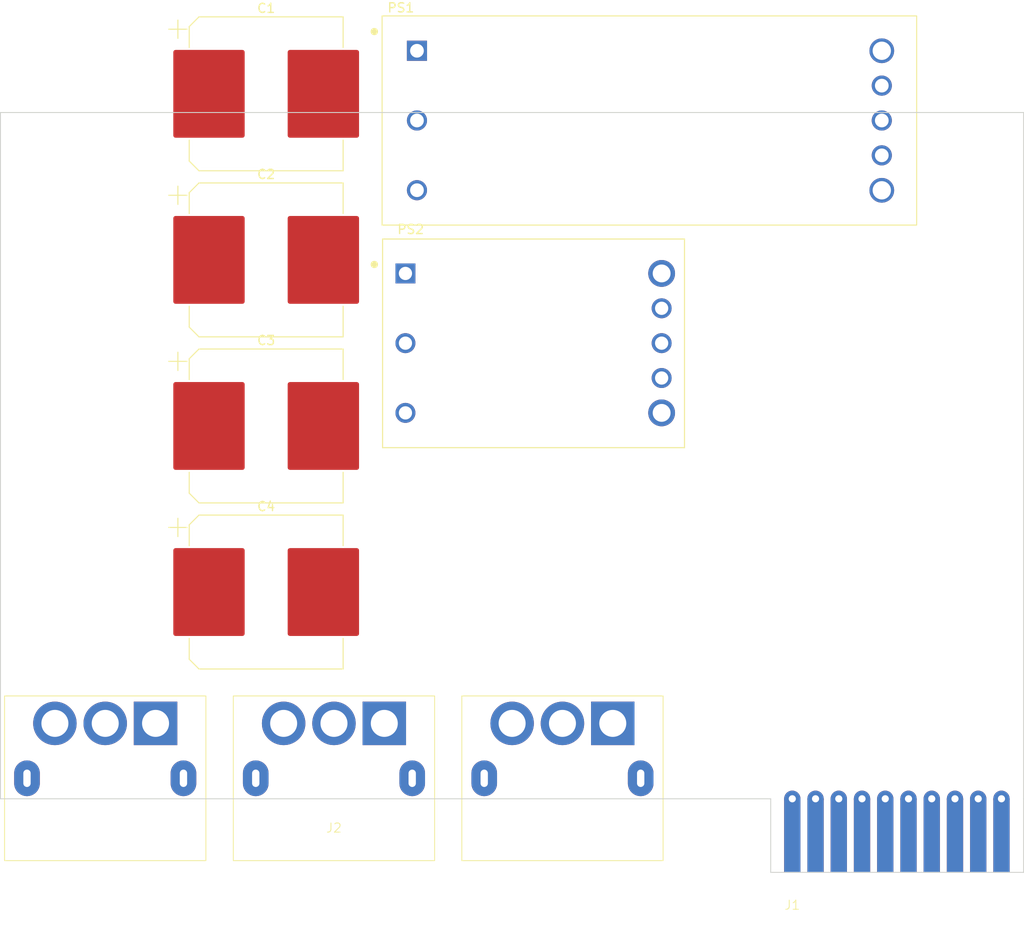
<source format=kicad_pcb>
(kicad_pcb (version 20240108) (generator "pcbnew") (generator_version "8.0")
  (layers (0 "F.Cu" signal) (31 "B.Cu" signal) (34 "B.Paste" user) (35 "F.Paste" user) (36 "B.SilkS" user "B.Silkscreen") (37 "F.SilkS" user "F.Silkscreen") (38 "B.Mask" user) (39 "F.Mask" user) (44 "Edge.Cuts" user))
  (net 0 "")
  (net 1 "GND1")
  (net 8 "/48v")
  (net 9 "/24v")
  (net 10 "GND2")
  (net 12 "/5v")
  (footprint "2024-power:Mornsun VCF4824EBO-75WFR3-N" (layer "F.Cu") (at 127.39 37.3)
    (property "Reference" "PS1" (at 2.05 -23.75 0) (layer "F.SilkS"))
    (property "Value" "VCF4824EBO-75WFR3-N")
    (fp_rect (start 0 0) (end 58.42 -22.86) (stroke (width 0.12)) (fill none) (layer "F.SilkS"))
    (fp_circle (center -0.85 -21.15) (end -0.65 -21.15) (stroke (width 0.4)) (fill none) (layer "F.SilkS"))
    (pad "1" thru_hole rect (at 3.81 -19.05) (size 2.2 2.2) (drill 1.5) (layers "*.Cu" "*.Mask") (net 8 "/48v"))
    (pad "2" thru_hole circle (at 3.81 -11.43) (size 2.2 2.2) (drill 1.5) (layers "*.Cu" "*.Mask") (net 10 "GND2"))
    (pad "3" thru_hole circle (at 3.81 -3.81) (size 2.2 2.2) (drill 1.5) (layers "*.Cu" "*.Mask") (net 10 "GND2"))
    (pad "4" thru_hole circle (at 54.61 -3.8) (size 2.7 2.7) (drill 2) (layers "*.Cu" "*.Mask") (net 10 "GND2"))
    (pad "5" thru_hole circle (at 54.61 -7.62) (size 2.2 2.2) (drill 1.5) (layers "*.Cu" "*.Mask") (net 10 "GND2"))
    (pad "6" thru_hole circle (at 54.61 -11.43) (size 2.2 2.2) (drill 1.5) (layers "*.Cu" "*.Mask"))
    (pad "7" thru_hole circle (at 54.61 -15.24) (size 2.2 2.2) (drill 1.5) (layers "*.Cu" "*.Mask") (net 9 "/24v"))
    (pad "8" thru_hole circle (at 54.61 -19.05) (size 2.7 2.7) (drill 2) (layers "*.Cu" "*.Mask") (net 9 "/24v"))
  )
  (footprint "Capacitor_SMD:CP_Elec_16x17.5" (layer "F.Cu") (at 114.72 22.955)
    (property "Reference" "C1" (at 0 -9.35 0) (layer "F.SilkS"))
    (property "Value" "100uF/100v")
    (fp_line (start -10.65 -7.06) (end -8.65 -7.06) (stroke (width 0.12)) (layer "F.SilkS"))
    (fp_line (start -9.65 -8.06) (end -9.65 -6.06) (stroke (width 0.12)) (layer "F.SilkS"))
    (fp_line (start -8.41 -7.345563) (end -8.41 -5.06) (stroke (width 0.12)) (layer "F.SilkS"))
    (fp_line (start -8.41 -7.345563) (end -7.345563 -8.41) (stroke (width 0.12)) (layer "F.SilkS"))
    (fp_line (start -8.41 7.345563) (end -8.41 5.06) (stroke (width 0.12)) (layer "F.SilkS"))
    (fp_line (start -8.41 7.345563) (end -7.345563 8.41) (stroke (width 0.12)) (layer "F.SilkS"))
    (fp_line (start -7.345563 -8.41) (end 8.41 -8.41) (stroke (width 0.12)) (layer "F.SilkS"))
    (fp_line (start -7.345563 8.41) (end 8.41 8.41) (stroke (width 0.12)) (layer "F.SilkS"))
    (fp_line (start 8.41 -8.41) (end 8.41 -5.06) (stroke (width 0.12)) (layer "F.SilkS"))
    (fp_line (start 8.41 8.41) (end 8.41 5.06) (stroke (width 0.12)) (layer "F.SilkS"))
    (pad "1" smd roundrect (at -6.25 0) (size 7.8 9.6) (layers "F.Cu" "F.Paste" "F.Mask") (roundrect_rratio 0.032051) (net 8 "/48v"))
    (pad "2" smd roundrect (at 6.25 0) (size 7.8 9.6) (layers "F.Cu" "F.Paste" "F.Mask") (roundrect_rratio 0.032051) (net 10 "GND2"))
  )
  (footprint "Capacitor_SMD:CP_Elec_16x17.5" (layer "F.Cu") (at 114.72 77.405)
    (property "Reference" "C4" (at 0 -9.35 0) (layer "F.SilkS"))
    (property "Value" "470uF/50v")
    (fp_line (start -10.65 -7.06) (end -8.65 -7.06) (stroke (width 0.12)) (layer "F.SilkS"))
    (fp_line (start -9.65 -8.06) (end -9.65 -6.06) (stroke (width 0.12)) (layer "F.SilkS"))
    (fp_line (start -8.41 -7.345563) (end -8.41 -5.06) (stroke (width 0.12)) (layer "F.SilkS"))
    (fp_line (start -8.41 -7.345563) (end -7.345563 -8.41) (stroke (width 0.12)) (layer "F.SilkS"))
    (fp_line (start -8.41 7.345563) (end -8.41 5.06) (stroke (width 0.12)) (layer "F.SilkS"))
    (fp_line (start -8.41 7.345563) (end -7.345563 8.41) (stroke (width 0.12)) (layer "F.SilkS"))
    (fp_line (start -7.345563 -8.41) (end 8.41 -8.41) (stroke (width 0.12)) (layer "F.SilkS"))
    (fp_line (start -7.345563 8.41) (end 8.41 8.41) (stroke (width 0.12)) (layer "F.SilkS"))
    (fp_line (start 8.41 -8.41) (end 8.41 -5.06) (stroke (width 0.12)) (layer "F.SilkS"))
    (fp_line (start 8.41 8.41) (end 8.41 5.06) (stroke (width 0.12)) (layer "F.SilkS"))
    (pad "1" smd roundrect (at -6.25 0) (size 7.8 9.6) (layers "F.Cu" "F.Paste" "F.Mask") (roundrect_rratio 0.032051) (net 12 "/5v"))
    (pad "2" smd roundrect (at 6.25 0) (size 7.8 9.6) (layers "F.Cu" "F.Paste" "F.Mask") (roundrect_rratio 0.032051) (net 10 "GND2"))
  )
  (footprint "2024-power:Delta V36SE05010NRFA" (layer "F.Cu") (at 143.94 50.205)
    (property "Reference" "PS2" (at -13.425 -12.435 0) (layer "F.SilkS"))
    (property "Value" "V36SE05010NRFA")
    (fp_line (start -16.5 -11.38) (end 16.5 -11.38) (stroke (width 0.127)) (layer "F.SilkS"))
    (fp_line (start -16.5 11.42) (end -16.5 -11.38) (stroke (width 0.127)) (layer "F.SilkS"))
    (fp_line (start 16.5 -11.38) (end 16.5 11.42) (stroke (width 0.127)) (layer "F.SilkS"))
    (fp_line (start 16.5 11.42) (end -16.5 11.42) (stroke (width 0.127)) (layer "F.SilkS"))
    (fp_circle (center -17.4 -8.6) (end -17.2 -8.6) (stroke (width 0.4)) (fill none) (layer "F.SilkS"))
    (pad "1" thru_hole rect (at -14 -7.62) (size 2.18 2.18) (drill 1.45) (layers "*.Cu" "*.Mask") (net 8 "/48v"))
    (pad "2" thru_hole circle (at -14 0) (size 2.18 2.18) (drill 1.45) (layers "*.Cu" "*.Mask") (net 10 "GND2"))
    (pad "3" thru_hole circle (at -14 7.62) (size 2.18 2.18) (drill 1.45) (layers "*.Cu" "*.Mask") (net 10 "GND2"))
    (pad "4" thru_hole circle (at 14 7.62) (size 2.93 2.93) (drill 1.95) (layers "*.Cu" "*.Mask") (net 10 "GND2"))
    (pad "5" thru_hole circle (at 14 3.81) (size 2.18 2.18) (drill 1.45) (layers "*.Cu" "*.Mask") (net 10 "GND2"))
    (pad "6" thru_hole circle (at 14 0) (size 2.18 2.18) (drill 1.45) (layers "*.Cu" "*.Mask"))
    (pad "7" thru_hole circle (at 14 -3.81) (size 2.18 2.18) (drill 1.45) (layers "*.Cu" "*.Mask") (net 12 "/5v"))
    (pad "8" thru_hole circle (at 14 -7.62) (size 2.93 2.93) (drill 1.95) (layers "*.Cu" "*.Mask") (net 12 "/5v"))
  )
  (footprint "2024-backplane:MR60PW-M_X3" (layer "F.Cu") (at 122.13 91.76)
    (property "Reference" "J2" (at 0 11.43 0) (layer "F.SilkS") (effects (font (thickness 0.1))))
    (property "Value" "~")
    (fp_rect (start -36 -3) (end -14 15) (stroke (width 0.1)) (fill none) (layer "F.SilkS"))
    (fp_rect (start -11 -3) (end 11 15) (stroke (width 0.1)) (fill none) (layer "F.SilkS"))
    (fp_rect (start 13.97 -3) (end 35.97 15) (stroke (width 0.1)) (fill none) (layer "F.SilkS"))
    (pad "" thru_hole oval (at -33.55 6) (size 2.8 3.9) (drill oval 0.8 1.9) (layers "*.Cu" "*.Mask"))
    (pad "" thru_hole oval (at -16.45 6) (size 2.8 3.9) (drill oval 0.8 1.9) (layers "*.Cu" "*.Mask"))
    (pad "" thru_hole oval (at -8.55 6) (size 2.8 3.9) (drill oval 0.8 1.9) (layers "*.Cu" "*.Mask"))
    (pad "" thru_hole oval (at 8.55 6) (size 2.8 3.9) (drill oval 0.8 1.9) (layers "*.Cu" "*.Mask"))
    (pad "" thru_hole oval (at 16.42 6) (size 2.8 3.9) (drill oval 0.8 1.9) (layers "*.Cu" "*.Mask"))
    (pad "" thru_hole oval (at 33.52 6) (size 2.8 3.9) (drill oval 0.8 1.9) (layers "*.Cu" "*.Mask"))
    (pad "1" thru_hole circle (at -30.5 0) (size 4.75 4.75) (drill 2.95) (layers "*.Cu" "*.Mask") (net 8 "/48v"))
    (pad "2" thru_hole circle (at -25 0) (size 4.75 4.75) (drill 2.95) (layers "*.Cu" "*.Mask") (net 10 "GND2"))
    (pad "3" thru_hole rect (at -19.5 0) (size 4.75 4.75) (drill 2.95) (layers "*.Cu" "*.Mask") (net 10 "GND2"))
    (pad "4" thru_hole circle (at -5.5 0) (size 4.75 4.75) (drill 2.95) (layers "*.Cu" "*.Mask"))
    (pad "5" thru_hole circle (at 0 0) (size 4.75 4.75) (drill 2.95) (layers "*.Cu" "*.Mask"))
    (pad "6" thru_hole rect (at 5.5 0) (size 4.75 4.75) (drill 2.95) (layers "*.Cu" "*.Mask"))
    (pad "7" thru_hole circle (at 19.47 0) (size 4.75 4.75) (drill 2.95) (layers "*.Cu" "*.Mask") (net 9 "/24v"))
    (pad "8" thru_hole circle (at 24.97 0) (size 4.75 4.75) (drill 2.95) (layers "*.Cu" "*.Mask") (net 10 "GND2"))
    (pad "9" thru_hole rect (at 30.47 0) (size 4.75 4.75) (drill 2.95) (layers "*.Cu" "*.Mask") (net 12 "/5v"))
  )
  (footprint "Capacitor_SMD:CP_Elec_16x17.5" (layer "F.Cu") (at 114.72 41.105)
    (property "Reference" "C2" (at 0 -9.35 0) (layer "F.SilkS"))
    (property "Value" "470uF/50v")
    (fp_line (start -10.65 -7.06) (end -8.65 -7.06) (stroke (width 0.12)) (layer "F.SilkS"))
    (fp_line (start -9.65 -8.06) (end -9.65 -6.06) (stroke (width 0.12)) (layer "F.SilkS"))
    (fp_line (start -8.41 -7.345563) (end -8.41 -5.06) (stroke (width 0.12)) (layer "F.SilkS"))
    (fp_line (start -8.41 -7.345563) (end -7.345563 -8.41) (stroke (width 0.12)) (layer "F.SilkS"))
    (fp_line (start -8.41 7.345563) (end -8.41 5.06) (stroke (width 0.12)) (layer "F.SilkS"))
    (fp_line (start -8.41 7.345563) (end -7.345563 8.41) (stroke (width 0.12)) (layer "F.SilkS"))
    (fp_line (start -7.345563 -8.41) (end 8.41 -8.41) (stroke (width 0.12)) (layer "F.SilkS"))
    (fp_line (start -7.345563 8.41) (end 8.41 8.41) (stroke (width 0.12)) (layer "F.SilkS"))
    (fp_line (start 8.41 -8.41) (end 8.41 -5.06) (stroke (width 0.12)) (layer "F.SilkS"))
    (fp_line (start 8.41 8.41) (end 8.41 5.06) (stroke (width 0.12)) (layer "F.SilkS"))
    (pad "1" smd roundrect (at -6.25 0) (size 7.8 9.6) (layers "F.Cu" "F.Paste" "F.Mask") (roundrect_rratio 0.032051) (net 9 "/24v"))
    (pad "2" smd roundrect (at 6.25 0) (size 7.8 9.6) (layers "F.Cu" "F.Paste" "F.Mask") (roundrect_rratio 0.032051) (net 10 "GND2"))
  )
  (footprint "Capacitor_SMD:CP_Elec_16x17.5" (layer "F.Cu") (at 114.72 59.255)
    (property "Reference" "C3" (at 0 -9.35 0) (layer "F.SilkS"))
    (property "Value" "470uF/50v")
    (fp_line (start -10.65 -7.06) (end -8.65 -7.06) (stroke (width 0.12)) (layer "F.SilkS"))
    (fp_line (start -9.65 -8.06) (end -9.65 -6.06) (stroke (width 0.12)) (layer "F.SilkS"))
    (fp_line (start -8.41 -7.345563) (end -8.41 -5.06) (stroke (width 0.12)) (layer "F.SilkS"))
    (fp_line (start -8.41 -7.345563) (end -7.345563 -8.41) (stroke (width 0.12)) (layer "F.SilkS"))
    (fp_line (start -8.41 7.345563) (end -8.41 5.06) (stroke (width 0.12)) (layer "F.SilkS"))
    (fp_line (start -8.41 7.345563) (end -7.345563 8.41) (stroke (width 0.12)) (layer "F.SilkS"))
    (fp_line (start -7.345563 -8.41) (end 8.41 -8.41) (stroke (width 0.12)) (layer "F.SilkS"))
    (fp_line (start -7.345563 8.41) (end 8.41 8.41) (stroke (width 0.12)) (layer "F.SilkS"))
    (fp_line (start 8.41 -8.41) (end 8.41 -5.06) (stroke (width 0.12)) (layer "F.SilkS"))
    (fp_line (start 8.41 8.41) (end 8.41 5.06) (stroke (width 0.12)) (layer "F.SilkS"))
    (pad "1" smd roundrect (at -6.25 0) (size 7.8 9.6) (layers "F.Cu" "F.Paste" "F.Mask") (roundrect_rratio 0.032051) (net 8 "/48v"))
    (pad "2" smd roundrect (at 6.25 0) (size 7.8 9.6) (layers "F.Cu" "F.Paste" "F.Mask") (roundrect_rratio 0.032051) (net 10 "GND2"))
  )
  (footprint "2024-backplane:CardEdge_2x10" (layer "F.Cu") (at 172.22 104)
    (property "Reference" "J1" (at 0 7.62 0) (layer "F.SilkS") (effects (font (thickness 0.1))))
    (property "Value" "Conn_01x10_Pin")
    (pad "1" thru_hole circle (at 0 -4 180) (size 1.78 1.78) (drill 0.78) (layers "*.Cu" "*.Mask") (net 1 "GND1"))
    (pad "1" smd rect (at 0 0 180) (size 1.78 8) (layers "F.Cu" "F.Paste" "F.Mask") (net 1 "GND1"))
    (pad "1" smd rect (at 0 0) (size 1.78 8) (layers "B.Cu" "B.Paste" "B.Mask") (net 1 "GND1"))
    (pad "2" thru_hole circle (at 2.54 -4 180) (size 1.78 1.78) (drill 0.78) (layers "*.Cu" "*.Mask"))
    (pad "2" smd rect (at 2.54 0 180) (size 1.78 8) (layers "F.Cu" "F.Paste" "F.Mask"))
    (pad "2" smd rect (at 2.54 0) (size 1.78 8) (layers "B.Cu" "B.Paste" "B.Mask"))
    (pad "3" thru_hole circle (at 5.08 -4 180) (size 1.78 1.78) (drill 0.78) (layers "*.Cu" "*.Mask"))
    (pad "3" smd rect (at 5.08 0 180) (size 1.78 8) (layers "F.Cu" "F.Paste" "F.Mask"))
    (pad "3" smd rect (at 5.08 0) (size 1.78 8) (layers "B.Cu" "B.Paste" "B.Mask"))
    (pad "4" thru_hole circle (at 7.62 -4 180) (size 1.78 1.78) (drill 0.78) (layers "*.Cu" "*.Mask") (net 1 "GND1"))
    (pad "4" smd rect (at 7.62 0 180) (size 1.78 8) (layers "F.Cu" "F.Paste" "F.Mask") (net 1 "GND1"))
    (pad "4" smd rect (at 7.62 0) (size 1.78 8) (layers "B.Cu" "B.Paste" "B.Mask") (net 1 "GND1"))
    (pad "5" thru_hole circle (at 10.16 -4 180) (size 1.78 1.78) (drill 0.78) (layers "*.Cu" "*.Mask"))
    (pad "5" smd rect (at 10.16 0 180) (size 1.78 8) (layers "F.Cu" "F.Paste" "F.Mask"))
    (pad "5" smd rect (at 10.16 0) (size 1.78 8) (layers "B.Cu" "B.Paste" "B.Mask"))
    (pad "6" thru_hole circle (at 12.7 -4 180) (size 1.78 1.78) (drill 0.78) (layers "*.Cu" "*.Mask"))
    (pad "6" smd rect (at 12.7 0 180) (size 1.78 8) (layers "F.Cu" "F.Paste" "F.Mask"))
    (pad "6" smd rect (at 12.7 0) (size 1.78 8) (layers "B.Cu" "B.Paste" "B.Mask"))
    (pad "7" thru_hole circle (at 15.24 -4 180) (size 1.78 1.78) (drill 0.78) (layers "*.Cu" "*.Mask") (net 1 "GND1"))
    (pad "7" smd rect (at 15.24 0 180) (size 1.78 8) (layers "F.Cu" "F.Paste" "F.Mask") (net 1 "GND1"))
    (pad "7" smd rect (at 15.24 0) (size 1.78 8) (layers "B.Cu" "B.Paste" "B.Mask") (net 1 "GND1"))
    (pad "8" thru_hole circle (at 17.78 -4 180) (size 1.78 1.78) (drill 0.78) (layers "*.Cu" "*.Mask"))
    (pad "8" smd rect (at 17.78 0 180) (size 1.78 8) (layers "F.Cu" "F.Paste" "F.Mask"))
    (pad "8" smd rect (at 17.78 0) (size 1.78 8) (layers "B.Cu" "B.Paste" "B.Mask"))
    (pad "9" thru_hole circle (at 20.32 -4 180) (size 1.78 1.78) (drill 0.78) (layers "*.Cu" "*.Mask"))
    (pad "9" smd rect (at 20.32 0 180) (size 1.78 8) (layers "F.Cu" "F.Paste" "F.Mask"))
    (pad "9" smd rect (at 20.32 0) (size 1.78 8) (layers "B.Cu" "B.Paste" "B.Mask"))
    (pad "10" thru_hole circle (at 22.86 -4 180) (size 1.78 1.78) (drill 0.78) (layers "*.Cu" "*.Mask") (net 1 "GND1"))
    (pad "10" smd rect (at 22.86 0 180) (size 1.78 8) (layers "F.Cu" "F.Paste" "F.Mask") (net 1 "GND1"))
    (pad "10" smd rect (at 22.86 0) (size 1.78 8) (layers "B.Cu" "B.Paste" "B.Mask") (net 1 "GND1"))
  )
  (gr_line (start 197.5 108.042) (end 169.86 108.042) (stroke (width 0.1)) (layer "Edge.Cuts"))
  (gr_line (start 197.5 108.042) (end 197.5 100) (stroke (width 0.1)) (layer "Edge.Cuts"))
  (gr_line (start 85.68 100) (end 85.68 25) (stroke (width 0.1)) (layer "Edge.Cuts"))
  (gr_line (start 85.68 25) (end 197.5 25) (stroke (width 0.1)) (layer "Edge.Cuts"))
  (gr_line (start 169.86 100) (end 85.68 100) (stroke (width 0.1)) (layer "Edge.Cuts"))
  (gr_line (start 197.5 100) (end 197.5 25) (stroke (width 0.1)) (layer "Edge.Cuts"))
  (gr_line (start 169.86 108.042) (end 169.86 100) (stroke (width 0.1)) (layer "Edge.Cuts"))
)
</source>
